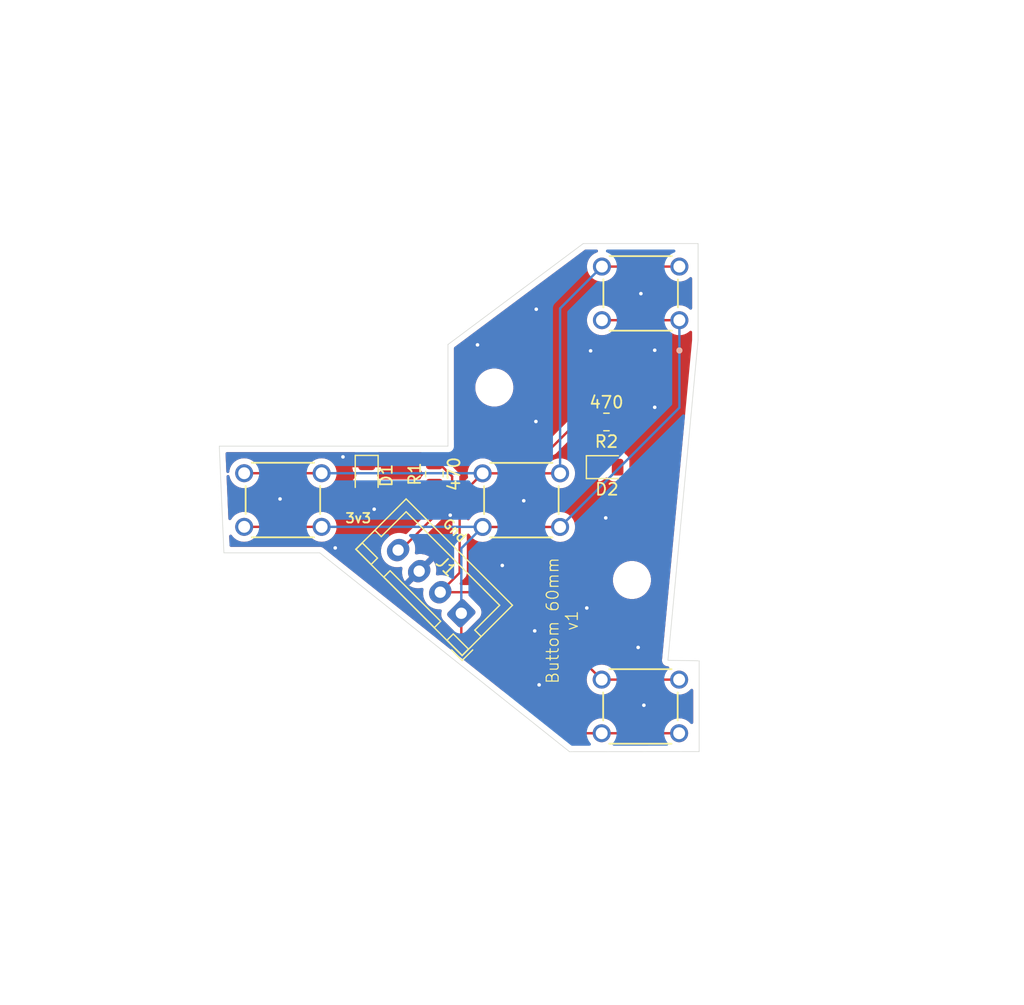
<source format=kicad_pcb>
(kicad_pcb (version 20240108) (generator "pcbnew") (generator_version "8.0")
  (layers (0 "F.Cu" signal) (31 "B.Cu" signal) (34 "B.Paste" user) (35 "F.Paste" user) (36 "B.SilkS" user "B.Silkscreen") (37 "F.SilkS" user "F.Silkscreen") (38 "B.Mask" user) (39 "F.Mask" user) (44 "Edge.Cuts" user))
  (net 0 "")
  (net 1 "Net-(D1-A)")
  (net 2 "GND")
  (net 3 "Net-(D2-A)")
  (net 4 "BTN_1")
  (net 5 "+3.3V")
  (net 6 "BTN_2")
  (footprint "Footprints:SW_B3F-1050_OMR" (layer "F.Cu") (at 129.99 99.990001 180)
    (property "Reference" "SW3" (hide yes))
    (property "Value" "B3F-1050" (hide yes))
    (fp_line (start 6.377003 3.420245) (end 6.377003 1.079756) (stroke (width 0.1524)) (layer "F.SilkS"))
    (fp_line (start 5.85823 -0.877001) (end 0.641772 -0.877001) (stroke (width 0.1524)) (layer "F.SilkS"))
    (fp_line (start 0.641772 5.377002) (end 5.85823 5.377002) (stroke (width 0.1524)) (layer "F.SilkS"))
    (fp_line (start 0.122999 1.079756) (end 0.122999 3.420245) (stroke (width 0.1524)) (layer "F.SilkS"))
    (pad "1" thru_hole circle (at 0 0 180) (size 1.507998 1.507998) (drill 0.999998) (layers "*.Cu" "*.Mask") (net 4 "BTN_1"))
    (pad "2" thru_hole circle (at 6.500002 0 180) (size 1.507998 1.507998) (drill 0.999998) (layers "*.Cu" "*.Mask") (net 4 "BTN_1"))
    (pad "3" thru_hole circle (at 0 4.500001 180) (size 1.507998 1.507998) (drill 0.999998) (layers "*.Cu" "*.Mask") (net 6 "BTN_2"))
    (pad "4" thru_hole circle (at 6.500002 4.500001 180) (size 1.507998 1.507998) (drill 0.999998) (layers "*.Cu" "*.Mask") (net 6 "BTN_2"))
  )
  (footprint "Resistor_SMD:R_0805_2012Metric" (layer "F.Cu") (at 153.89 91.19 180)
    (property "Reference" "R2" (at 0 -1.65 360) (layer "F.SilkS"))
    (property "Value" "470" (at 0 1.65 360) (layer "F.SilkS"))
    (fp_line (start -0.227064 0.735) (end 0.227064 0.735) (stroke (width 0.12)) (layer "F.SilkS"))
    (fp_line (start -0.227064 -0.735) (end 0.227064 -0.735) (stroke (width 0.12)) (layer "F.SilkS"))
    (pad "1" smd roundrect (at -0.9125 0 180) (size 1.025 1.4) (layers "F.Cu" "F.Paste" "F.Mask") (roundrect_rratio 0.243902) (net 3 "Net-(D2-A)"))
    (pad "2" smd roundrect (at 0.9125 0 180) (size 1.025 1.4) (layers "F.Cu" "F.Paste" "F.Mask") (roundrect_rratio 0.243902) (net 5 "+3.3V"))
  )
  (footprint "Footprints:SW_B3F-1050_OMR" (layer "F.Cu") (at 159.99 117.310001 180)
    (property "Reference" "SW4" (hide yes))
    (property "Value" "B3F-1050" (hide yes))
    (fp_line (start 6.377003 3.420245) (end 6.377003 1.079756) (stroke (width 0.1524)) (layer "F.SilkS"))
    (fp_line (start 5.85823 -0.877001) (end 0.641772 -0.877001) (stroke (width 0.1524)) (layer "F.SilkS"))
    (fp_line (start 0.641772 5.377002) (end 5.85823 5.377002) (stroke (width 0.1524)) (layer "F.SilkS"))
    (fp_line (start 0.122999 1.079756) (end 0.122999 3.420245) (stroke (width 0.1524)) (layer "F.SilkS"))
    (pad "1" thru_hole circle (at 0 0 180) (size 1.507998 1.507998) (drill 0.999998) (layers "*.Cu" "*.Mask") (net 4 "BTN_1"))
    (pad "2" thru_hole circle (at 6.500002 0 180) (size 1.507998 1.507998) (drill 0.999998) (layers "*.Cu" "*.Mask") (net 4 "BTN_1"))
    (pad "3" thru_hole circle (at 0 4.500001 180) (size 1.507998 1.507998) (drill 0.999998) (layers "*.Cu" "*.Mask") (net 6 "BTN_2"))
    (pad "4" thru_hole circle (at 6.500002 4.500001 180) (size 1.507998 1.507998) (drill 0.999998) (layers "*.Cu" "*.Mask") (net 6 "BTN_2"))
  )
  (footprint "Footprints:SW_B3F-1050_OMR" (layer "F.Cu") (at 150 100 180)
    (property "Reference" "SW1" (hide yes))
    (property "Value" "B3F-1050" (hide yes))
    (fp_line (start 6.377003 3.420245) (end 6.377003 1.079756) (stroke (width 0.1524)) (layer "F.SilkS"))
    (fp_line (start 5.85823 -0.877001) (end 0.641772 -0.877001) (stroke (width 0.1524)) (layer "F.SilkS"))
    (fp_line (start 0.641772 5.377002) (end 5.85823 5.377002) (stroke (width 0.1524)) (layer "F.SilkS"))
    (fp_line (start 0.122999 1.079756) (end 0.122999 3.420245) (stroke (width 0.1524)) (layer "F.SilkS"))
    (pad "1" thru_hole circle (at 0 0 180) (size 1.507998 1.507998) (drill 0.999998) (layers "*.Cu" "*.Mask") (net 4 "BTN_1"))
    (pad "2" thru_hole circle (at 6.500002 0 180) (size 1.507998 1.507998) (drill 0.999998) (layers "*.Cu" "*.Mask") (net 4 "BTN_1"))
    (pad "3" thru_hole circle (at 0 4.500001 180) (size 1.507998 1.507998) (drill 0.999998) (layers "*.Cu" "*.Mask") (net 6 "BTN_2"))
    (pad "4" thru_hole circle (at 6.500002 4.500001 180) (size 1.507998 1.507998) (drill 0.999998) (layers "*.Cu" "*.Mask") (net 6 "BTN_2"))
  )
  (footprint "LED_SMD:LED_0805_2012Metric" (layer "F.Cu") (at 153.89 94.98)
    (property "Reference" "D2" (at 0.04 1.86 0) (layer "F.SilkS"))
    (property "Value" "LED_Small" (hide yes))
    (fp_line (start -1.685 -0.96) (end -1.685 0.96) (stroke (width 0.12)) (layer "F.SilkS"))
    (fp_line (start -1.685 0.96) (end 1 0.96) (stroke (width 0.12)) (layer "F.SilkS"))
    (fp_line (start 1 -0.96) (end -1.685 -0.96) (stroke (width 0.12)) (layer "F.SilkS"))
    (pad "1" smd roundrect (at -0.9375 0) (size 0.975 1.4) (layers "F.Cu" "F.Paste" "F.Mask") (net 2 "GND"))
    (pad "2" smd roundrect (at 0.9375 0) (size 0.975 1.4) (layers "F.Cu" "F.Paste" "F.Mask") (net 3 "Net-(D2-A)"))
  )
  (footprint "MountingHole:MountingHole_2.7mm_M2.5" (layer "F.Cu") (at 144.48 88.3)
    (property "Reference" "H2" (hide yes))
    (property "Value" "MountingHole" (hide yes))
    (pad "" np_thru_hole circle (at 0 0) (size 2.7 2.7) (drill 2.7) (layers "*.Cu" "*.Mask"))
  )
  (footprint "Resistor_SMD:R_0805_2012Metric" (layer "F.Cu") (at 139.45 95.56 90)
    (property "Reference" "R1" (at 0 -1.65 90) (layer "F.SilkS"))
    (property "Value" "470" (at 0 1.65 90) (layer "F.SilkS"))
    (fp_line (start -0.227064 -0.735) (end 0.227064 -0.735) (stroke (width 0.12)) (layer "F.SilkS"))
    (fp_line (start -0.227064 0.735) (end 0.227064 0.735) (stroke (width 0.12)) (layer "F.SilkS"))
    (pad "1" smd roundrect (at -0.9125 0 90) (size 1.025 1.4) (layers "F.Cu" "F.Paste" "F.Mask") (roundrect_rratio 0.243902) (net 1 "Net-(D1-A)"))
    (pad "2" smd roundrect (at 0.9125 0 90) (size 1.025 1.4) (layers "F.Cu" "F.Paste" "F.Mask") (roundrect_rratio 0.243902) (net 5 "+3.3V"))
  )
  (footprint "Footprints:SW_B3F-1050_OMR" (layer "F.Cu") (at 160.01 82.65 180)
    (property "Reference" "SW2" (hide yes))
    (property "Value" "B3F-1050" (hide yes))
    (fp_circle (center 0 -2.54) (end 0.127 -2.54) (stroke (width 0.254)) (fill none) (layer "B.SilkS"))
    (fp_line (start 6.377003 3.420245) (end 6.377003 1.079756) (stroke (width 0.1524)) (layer "F.SilkS"))
    (fp_line (start 5.85823 -0.877001) (end 0.641772 -0.877001) (stroke (width 0.1524)) (layer "F.SilkS"))
    (fp_line (start 0.641772 5.377002) (end 5.85823 5.377002) (stroke (width 0.1524)) (layer "F.SilkS"))
    (fp_line (start 0.122999 1.079756) (end 0.122999 3.420245) (stroke (width 0.1524)) (layer "F.SilkS"))
    (fp_circle (center 0 -2.54) (end 0.127 -2.54) (stroke (width 0.254)) (fill none) (layer "F.SilkS"))
    (pad "1" thru_hole circle (at 0 0 180) (size 1.507998 1.507998) (drill 0.999998) (layers "*.Cu" "*.Mask") (net 4 "BTN_1"))
    (pad "2" thru_hole circle (at 6.500002 0 180) (size 1.507998 1.507998) (drill 0.999998) (layers "*.Cu" "*.Mask") (net 4 "BTN_1"))
    (pad "3" thru_hole circle (at 0 4.500001 180) (size 1.507998 1.507998) (drill 0.999998) (layers "*.Cu" "*.Mask") (net 6 "BTN_2"))
    (pad "4" thru_hole circle (at 6.500002 4.500001 180) (size 1.507998 1.507998) (drill 0.999998) (layers "*.Cu" "*.Mask") (net 6 "BTN_2"))
  )
  (footprint "Connector_JST:JST_XH_B4B-XH-A_1x04_P2.50mm_Vertical" (layer "F.Cu") (at 141.71042 107.242882 135)
    (property "Reference" "J1" (at 3.67929 1.896787 135) (layer "F.SilkS"))
    (property "Value" "Conn_01x04_Pin" (hide yes))
    (fp_line (start 10.06 -2.46) (end -2.56 -2.46) (stroke (width 0.12)) (layer "F.SilkS"))
    (fp_line (start 10.05 -2.45) (end 8.25 -2.450001) (stroke (width 0.12)) (layer "F.SilkS"))
    (fp_line (start 10.05 -1.7) (end 10.05 -2.45) (stroke (width 0.12)) (layer "F.SilkS"))
    (fp_line (start 8.25 -2.450001) (end 8.249999 -1.7) (stroke (width 0.12)) (layer "F.SilkS"))
    (fp_line (start 10.05 -0.2) (end 9.3 -0.199999) (stroke (width 0.12)) (layer "F.SilkS"))
    (fp_line (start 8.249999 -1.7) (end 10.05 -1.7) (stroke (width 0.12)) (layer "F.SilkS"))
    (fp_line (start 9.3 -0.199999) (end 9.3 2.75) (stroke (width 0.12)) (layer "F.SilkS"))
    (fp_line (start 6.75 -2.45) (end 0.75 -2.450001) (stroke (width 0.12)) (layer "F.SilkS"))
    (fp_line (start 6.75 -1.7) (end 6.75 -2.45) (stroke (width 0.12)) (layer "F.SilkS"))
    (fp_line (start 10.06 3.51) (end 10.06 -2.46) (stroke (width 0.12)) (layer "F.SilkS"))
    (fp_line (start 9.3 2.75) (end 3.75 2.75) (stroke (width 0.12)) (layer "F.SilkS"))
    (fp_line (start 0.75 -2.450001) (end 0.750001 -1.7) (stroke (width 0.12)) (layer "F.SilkS"))
    (fp_line (start 0.750001 -1.7) (end 6.75 -1.7) (stroke (width 0.12)) (layer "F.SilkS"))
    (fp_line (start -0.75 -2.450001) (end -2.55 -2.45) (stroke (width 0.12)) (layer "F.SilkS"))
    (fp_line (start -1.6 -2.75) (end -2.85 -2.75) (stroke (width 0.12)) (layer "F.SilkS"))
    (fp_line (start -0.750001 -1.7) (end -0.75 -2.450001) (stroke (width 0.12)) (layer "F.SilkS"))
    (fp_line (start -2.55 -2.45) (end -2.55 -1.7) (stroke (width 0.12)) (layer "F.SilkS"))
    (fp_line (start -2.56 -2.46) (end -2.56 3.51) (stroke (width 0.12)) (layer "F.SilkS"))
    (fp_line (start -2.85 -2.75) (end -2.85 -1.5) (stroke (width 0.12)) (layer "F.SilkS"))
    (fp_line (start -2.55 -1.7) (end -0.750001 -1.7) (stroke (width 0.12)) (layer "F.SilkS"))
    (fp_line (start -1.8 -0.2) (end -1.8 2.75) (stroke (width 0.12)) (layer "F.SilkS"))
    (fp_line (start -2.55 -0.2) (end -1.8 -0.2) (stroke (width 0.12)) (layer "F.SilkS"))
    (fp_line (start -1.8 2.75) (end 3.75 2.75) (stroke (width 0.12)) (layer "F.SilkS"))
    (fp_line (start -2.56 3.51) (end 10.06 3.51) (stroke (width 0.12)) (layer "F.SilkS"))
    (pad "1" thru_hole roundrect (at 0 0 135) (size 1.7 1.95) (drill 0.95) (layers "*.Cu" "*.Mask") (roundrect_rratio 0.147059) (net 4 "BTN_1"))
    (pad "2" thru_hole oval (at 2.5 0 135) (size 1.7 1.95) (drill 0.95) (layers "*.Cu" "*.Mask") (net 6 "BTN_2"))
    (pad "3" thru_hole oval (at 5 0 135) (size 1.7 1.95) (drill 0.95) (layers "*.Cu" "*.Mask") (net 2 "GND"))
    (pad "4" thru_hole oval (at 7.5 0 135) (size 1.7 1.95) (drill 0.95) (layers "*.Cu" "*.Mask") (net 5 "+3.3V"))
  )
  (footprint "LED_SMD:LED_0805_2012Metric" (layer "F.Cu") (at 133.77 95.68 -90)
    (property "Reference" "D1" (at 0 -1.65 90) (layer "F.SilkS"))
    (property "Value" "LED_Small" (hide yes))
    (fp_line (start -1.685 0.96) (end 1 0.96) (stroke (width 0.12)) (layer "F.SilkS"))
    (fp_line (start -1.685 -0.96) (end -1.685 0.96) (stroke (width 0.12)) (layer "F.SilkS"))
    (fp_line (start 1 -0.96) (end -1.685 -0.96) (stroke (width 0.12)) (layer "F.SilkS"))
    (pad "1" smd roundrect (at -0.9375 0 270) (size 0.975 1.4) (layers "F.Cu" "F.Paste" "F.Mask") (net 2 "GND"))
    (pad "2" smd roundrect (at 0.9375 0 270) (size 0.975 1.4) (layers "F.Cu" "F.Paste" "F.Mask") (net 1 "Net-(D1-A)"))
  )
  (footprint "MountingHole:MountingHole_2.7mm_M2.5" (layer "F.Cu") (at 156.03 104.45)
    (property "Reference" "H1" (hide yes))
    (property "Value" "MountingHole" (hide yes))
    (pad "" np_thru_hole circle (at 0 0) (size 2.7 2.7) (drill 2.7) (layers "*.Cu" "*.Mask"))
  )
  (gr_line (start 121.4 93.22) (end 140.59 93.22) (stroke (width 0.05)) (layer "Edge.Cuts"))
  (gr_line (start 140.59 84.69) (end 151.94 76.22) (stroke (width 0.05)) (layer "Edge.Cuts"))
  (gr_line (start 121.79 102.17) (end 121.4 93.22) (stroke (width 0.05)) (layer "Edge.Cuts"))
  (gr_line (start 161.58 76.22) (end 161.58 84.32) (stroke (width 0.05)) (layer "Edge.Cuts"))
  (gr_line (start 151.94 76.22) (end 161.58 76.22) (stroke (width 0.05)) (layer "Edge.Cuts"))
  (gr_line (start 140.59 93.22) (end 140.59 84.69) (stroke (width 0.05)) (layer "Edge.Cuts"))
  (gr_line (start 129.83 102.17) (end 121.79 102.17) (stroke (width 0.05)) (layer "Edge.Cuts"))
  (gr_line (start 161.67 118.85) (end 150.79 118.86) (stroke (width 0.05)) (layer "Edge.Cuts"))
  (gr_line (start 161.67 111.23) (end 161.67 118.85) (stroke (width 0.05)) (layer "Edge.Cuts"))
  (gr_line (start 161.58 84.32) (end 159.05 111.19) (stroke (width 0.05)) (layer "Edge.Cuts"))
  (gr_line (start 159.05 111.19) (end 161.67 111.23) (stroke (width 0.05)) (layer "Edge.Cuts"))
  (gr_line (start 150.79 118.86) (end 129.83 102.17) (stroke (width 0.05)) (layer "Edge.Cuts"))
  (gr_text "3v3" (at 131.9 99.73 0) (layer "F.SilkS") (effects (font (size 0.8 0.8)) (justify left bottom)))
  (gr_text "Gnd" (at 139.97 99.75 -45) (layer "F.SilkS") (effects (font (size 0.8 0.8)) (justify left bottom)))
  (gr_text "Buttom 60mm\nv1" (at 151.57 107.86 90) (layer "F.SilkS") (effects (font (size 1 1) (thickness 0.1)) (justify bottom)))
  (segment (start 133.77 96.6175) (end 139.305 96.6175) (width 0.2) (layer "F.Cu") (net 1))
  (segment (start 139.305 96.6175) (end 139.45 96.4725) (width 0.2) (layer "F.Cu") (net 1))
  (via (at 140.78 99.01) (size 0.6) (drill 0.3) (layers "F.Cu" "B.Cu") (net 2))
  (via (at 147.97 91.15) (size 0.6) (drill 0.3) (layers "F.Cu" "B.Cu") (net 2))
  (via (at 147.87 108.72) (size 0.6) (drill 0.3) (layers "F.Cu" "B.Cu") (net 2))
  (via (at 157.03 114.96) (size 0.6) (drill 0.3) (layers "F.Cu" "B.Cu") (net 2))
  (via (at 126.5 97.65) (size 0.6) (drill 0.3) (layers "F.Cu" "B.Cu") (net 2))
  (via (at 148 81.73) (size 0.6) (drill 0.3) (layers "F.Cu" "B.Cu") (net 2))
  (via (at 131.13 101.76) (size 0.6) (drill 0.3) (layers "F.Cu" "B.Cu") (net 2))
  (via (at 134.4 98.51) (size 0.6) (drill 0.3) (layers "F.Cu" "B.Cu") (net 2))
  (via (at 153.83 99.24) (size 0.6) (drill 0.3) (layers "F.Cu" "B.Cu") (net 2))
  (via (at 156.78 80.42) (size 0.6) (drill 0.3) (layers "F.Cu" "B.Cu") (net 2))
  (via (at 152.56 85.22) (size 0.6) (drill 0.3) (layers "F.Cu" "B.Cu") (net 2))
  (via (at 145.15 103.23) (size 0.6) (drill 0.3) (layers "F.Cu" "B.Cu") (net 2))
  (via (at 131.78 94.12) (size 0.6) (drill 0.3) (layers "F.Cu" "B.Cu") (net 2))
  (via (at 156.55 110.11) (size 0.6) (drill 0.3) (layers "F.Cu" "B.Cu") (net 2))
  (via (at 148.24 113.25) (size 0.6) (drill 0.3) (layers "F.Cu" "B.Cu") (net 2))
  (via (at 146.95 97.8) (size 0.6) (drill 0.3) (layers "F.Cu" "B.Cu") (net 2))
  (via (at 152.24 106.8) (size 0.6) (drill 0.3) (layers "F.Cu" "B.Cu") (net 2))
  (via (at 157.94 89.96) (size 0.6) (drill 0.3) (layers "F.Cu" "B.Cu") (net 2))
  (via (at 143.07 84.72) (size 0.6) (drill 0.3) (layers "F.Cu" "B.Cu") (net 2))
  (via (at 157.94 85.17) (size 0.6) (drill 0.3) (layers "F.Cu" "B.Cu") (net 2))
  (segment (start 154.8025 91.19) (end 154.8025 94.955) (width 0.2) (layer "F.Cu") (net 3))
  (segment (start 154.8025 94.955) (end 154.8275 94.98) (width 0.2) (layer "F.Cu") (net 3))
  (segment (start 149.940001 117.310001) (end 153.489998 117.310001) (width 0.2) (layer "F.Cu") (net 4))
  (segment (start 153.509998 82.65) (end 160.01 82.65) (width 0.2) (layer "F.Cu") (net 4))
  (segment (start 153.489998 117.310001) (end 159.99 117.310001) (width 0.2) (layer "F.Cu") (net 4))
  (segment (start 123.489998 99.990001) (end 129.99 99.990001) (width 0.2) (layer "F.Cu") (net 4))
  (segment (start 141.71042 109.08042) (end 149.940001 117.310001) (width 0.2) (layer "F.Cu") (net 4))
  (segment (start 143.499998 100) (end 150 100) (width 0.2) (layer "F.Cu") (net 4))
  (segment (start 141.71042 107.242882) (end 141.71042 109.08042) (width 0.2) (layer "F.Cu") (net 4))
  (segment (start 150 100) (end 160.01 89.99) (width 0.2) (layer "B.Cu") (net 4))
  (segment (start 141.71042 101.789578) (end 143.499998 100) (width 0.2) (layer "B.Cu") (net 4))
  (segment (start 141.71042 107.242882) (end 141.71042 101.789578) (width 0.2) (layer "B.Cu") (net 4))
  (segment (start 143.489999 99.990001) (end 143.499998 100) (width 0.2) (layer "B.Cu") (net 4))
  (segment (start 160.01 89.99) (end 160.01 82.65) (width 0.2) (layer "B.Cu") (net 4))
  (segment (start 129.99 99.990001) (end 143.489999 99.990001) (width 0.2) (layer "B.Cu") (net 4))
  (segment (start 140.15 94.6475) (end 141.4175 93.38) (width 0.2) (layer "F.Cu") (net 5))
  (segment (start 140.94 95.76) (end 139.8275 94.6475) (width 0.2) (layer "F.Cu") (net 5))
  (segment (start 136.620419 101.939581) (end 140.94 97.62) (width 0.2) (layer "F.Cu") (net 5))
  (segment (start 136.407119 101.939581) (end 136.620419 101.939581) (width 0.2) (layer "F.Cu") (net 5))
  (segment (start 140.94 97.62) (end 140.94 95.76) (width 0.2) (layer "F.Cu") (net 5))
  (segment (start 139.45 94.6475) (end 140.15 94.6475) (width 0.2) (layer "F.Cu") (net 5))
  (segment (start 141.4175 93.38) (end 149.25 93.38) (width 0.2) (layer "F.Cu") (net 5))
  (segment (start 139.8275 94.6475) (end 139.45 94.6475) (width 0.2) (layer "F.Cu") (net 5))
  (segment (start 151.44 91.19) (end 152.9775 91.19) (width 0.2) (layer "F.Cu") (net 5))
  (segment (start 149.25 93.38) (end 151.44 91.19) (width 0.2) (layer "F.Cu") (net 5))
  (segment (start 146.155113 105.475115) (end 153.489998 112.81) (width 0.2) (layer "F.Cu") (net 6))
  (segment (start 123.489998 95.49) (end 129.99 95.49) (width 0.2) (layer "F.Cu") (net 6))
  (segment (start 139.942653 105.475115) (end 141.57 103.847768) (width 0.2) (layer "F.Cu") (net 6))
  (segment (start 159.99 112.81) (end 153.489998 112.81) (width 0.2) (layer "F.Cu") (net 6))
  (segment (start 141.57 97.429997) (end 143.499998 95.499999) (width 0.2) (layer "F.Cu") (net 6))
  (segment (start 143.499998 95.499999) (end 150 95.499999) (width 0.2) (layer "F.Cu") (net 6))
  (segment (start 139.942653 105.475115) (end 146.155113 105.475115) (width 0.2) (layer "F.Cu") (net 6))
  (segment (start 141.57 103.847768) (end 141.57 97.429997) (width 0.2) (layer "F.Cu") (net 6))
  (segment (start 153.509998 78.149999) (end 160.01 78.149999) (width 0.2) (layer "F.Cu") (net 6))
  (segment (start 150 81.659997) (end 153.509998 78.149999) (width 0.2) (layer "B.Cu") (net 6))
  (segment (start 129.99 95.49) (end 143.489999 95.49) (width 0.2) (layer "B.Cu") (net 6))
  (segment (start 150 95.499999) (end 150 81.659997) (width 0.2) (layer "B.Cu") (net 6))
  (segment (start 143.489999 95.49) (end 143.499998 95.499999) (width 0.2) (layer "B.Cu") (net 6))
  (zone (net 2) (net_name "GND") (layers "F&B.Cu") (connect_pads (clearance 0.5)) (min_thickness 0.25) (fill yes (thermal_gap 0.5) (thermal_bridge_width 0.5))
    (polygon (pts (xy 103 55.78) (xy 188.64 56.38) (xy 188.94 140.15) (xy 104.93 139.4) (xy 103.01 57.78)))
  )
)
</source>
